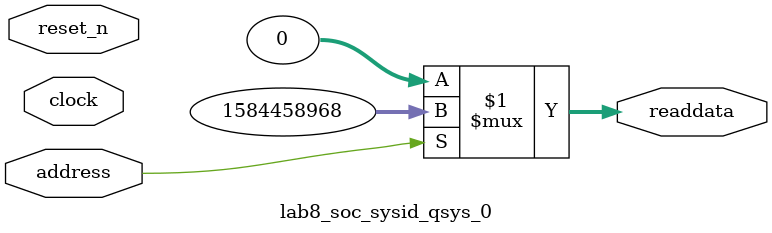
<source format=v>



// synthesis translate_off
`timescale 1ns / 1ps
// synthesis translate_on

// turn off superfluous verilog processor warnings 
// altera message_level Level1 
// altera message_off 10034 10035 10036 10037 10230 10240 10030 

module lab8_soc_sysid_qsys_0 (
               // inputs:
                address,
                clock,
                reset_n,

               // outputs:
                readdata
             )
;

  output  [ 31: 0] readdata;
  input            address;
  input            clock;
  input            reset_n;

  wire    [ 31: 0] readdata;
  //control_slave, which is an e_avalon_slave
  assign readdata = address ? 1584458968 : 0;

endmodule



</source>
